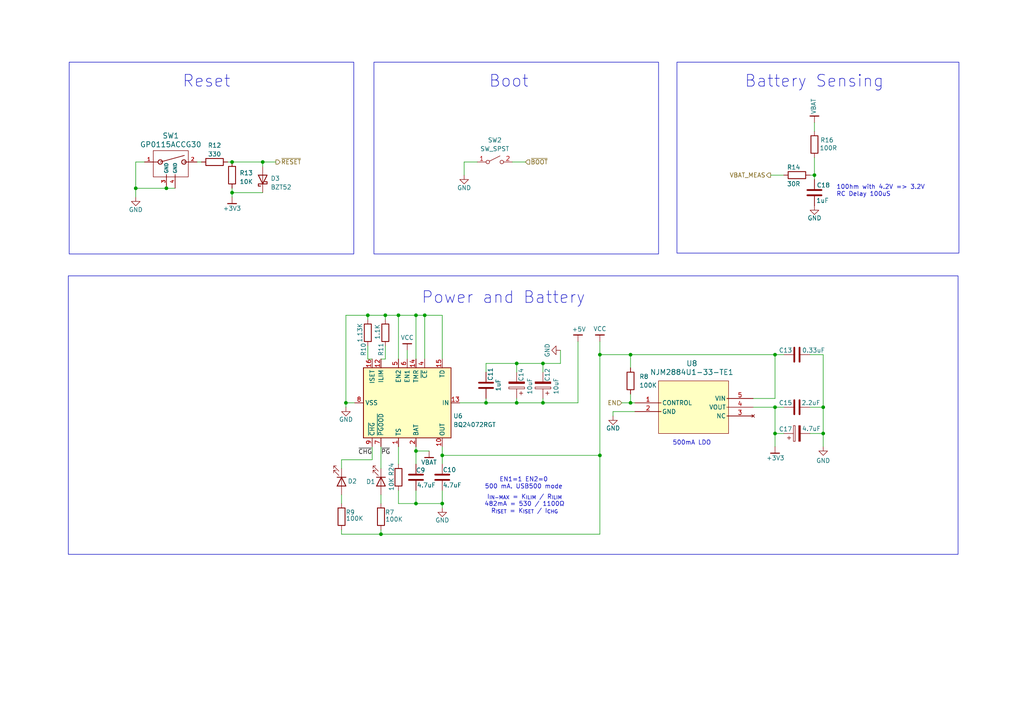
<source format=kicad_sch>
(kicad_sch (version 20250114) (generator "eeschema") (generator_version "9.0")
  (paper "A4")
  (title_block (title "${TITLE}") (date "2024-12-25") (rev "${VERSION}") (company "${AUTHOR}") (comment 1 "${LICENSE}"))
  (lib_symbols
    (symbol "Battery_Management:BQ24072RGT"
      (property "Reference" "U" (at -8.89 13.97 0))
      (property "Value" "BQ24072RGT" (at 16.51 13.97 0))
      (symbol "BQ24072RGT_0_1"
        (rectangle (start -10.16 12.7) (end 10.16 -12.7) (stroke (width 0.254)) (fill (type background)))
      )
      (symbol "BQ24072RGT_1_1"
        (pin input line (at -12.7 10.16 0) (length 2.54) (name "TD") (number "15"))
        (pin input line (at -12.7 5.08 0) (length 2.54) (name "~{CE}") (number "4"))
        (pin input line (at -12.7 2.54 0) (length 2.54) (name "TMR") (number "14"))
        (pin input line (at -12.7 0 0) (length 2.54) (name "EN1") (number "6"))
        (pin input line (at -12.7 -2.54 0) (length 2.54) (name "EN2") (number "5"))
        (pin passive line (at -12.7 -7.62 0) (length 2.54) (name "ILIM") (number "12"))
        (pin passive line (at -12.7 -10.16 0) (length 2.54) (name "ISET") (number "16"))
        (pin power_in line (at 0 15.24 270) (length 2.54) (name "IN") (number "13"))
        (pin passive line (at 0 -15.24 90) (length 2.54) (hide yes) (name "VSS") (number "17"))
        (pin power_in line (at 0 -15.24 90) (length 2.54) (name "VSS") (number "8"))
        (pin power_out line (at 12.7 10.16 180) (length 2.54) (name "OUT") (number "10"))
        (pin passive line (at 12.7 10.16 180) (length 2.54) (hide yes) (name "OUT") (number "11"))
        (pin power_out line (at 12.7 2.54 180) (length 2.54) (name "BAT") (number "2"))
        (pin passive line (at 12.7 2.54 180) (length 2.54) (hide yes) (name "BAT") (number "3"))
        (pin passive line (at 12.7 -2.54 180) (length 2.54) (name "TS") (number "1"))
        (pin open_collector line (at 12.7 -7.62 180) (length 2.54) (name "~{PGOOD}") (number "7"))
        (pin open_collector line (at 12.7 -10.16 180) (length 2.54) (name "~{CHG}") (number "9"))
      )
    )
    (symbol "Device:C" (pin_numbers (hide yes)) (pin_names (offset 0.254))
      (property "Reference" "C" (at 0.635 2.54 0))
      (property "Value" "C" (at 0.635 -2.54 0))
      (symbol "C_0_1"
        (polyline (pts (xy -2.032 0.762) (xy 2.032 0.762)) (stroke (width 0.508)))
        (polyline (pts (xy -2.032 -0.762) (xy 2.032 -0.762)) (stroke (width 0.508)))
      )
      (symbol "C_1_1"
        (pin passive line (at 0 3.81 270) (length 2.794) (name "~") (number "1"))
        (pin passive line (at 0 -3.81 90) (length 2.794) (name "~") (number "2"))
      )
    )
    (symbol "Device:C_Polarized" (pin_numbers (hide yes)) (pin_names (offset 0.254))
      (property "Reference" "C" (at 0.635 2.54 0))
      (property "Value" "C_Polarized" (at 0.635 -2.54 0))
      (symbol "C_Polarized_0_1"
        (rectangle (start -2.286 0.508) (end 2.286 1.016))
        (polyline (pts (xy -1.778 2.286) (xy -0.762 2.286)))
        (polyline (pts (xy -1.27 2.794) (xy -1.27 1.778)))
        (rectangle (start 2.286 -0.508) (end -2.286 -1.016) (fill (type outline)))
      )
      (symbol "C_Polarized_1_1"
        (pin passive line (at 0 3.81 270) (length 2.794) (name "~") (number "1"))
        (pin passive line (at 0 -3.81 90) (length 2.794) (name "~") (number "2"))
      )
    )
    (symbol "Device:LED" (pin_numbers (hide yes)) (pin_names (offset 1.016) (hide yes))
      (property "Reference" "D" (at 0 2.54 0))
      (property "Value" "LED" (at 0 -2.54 0))
      (symbol "LED_0_1"
        (polyline (pts (xy -3.048 -0.762) (xy -4.572 -2.286) (xy -3.81 -2.286) (xy -4.572 -2.286) (xy -4.572 -1.524)))
        (polyline (pts (xy -1.778 -0.762) (xy -3.302 -2.286) (xy -2.54 -2.286) (xy -3.302 -2.286) (xy -3.302 -1.524)))
        (polyline (pts (xy -1.27 0) (xy 1.27 0)))
        (polyline (pts (xy -1.27 -1.27) (xy -1.27 1.27)) (stroke (width 0.254)))
        (polyline (pts (xy 1.27 -1.27) (xy 1.27 1.27) (xy -1.27 0) (xy 1.27 -1.27)) (stroke (width 0.254)))
      )
      (symbol "LED_1_1"
        (pin passive line (at -3.81 0 0) (length 2.54) (name "K") (number "1"))
        (pin passive line (at 3.81 0 180) (length 2.54) (name "A") (number "2"))
      )
    )
    (symbol "Device:R" (pin_numbers (hide yes)) (pin_names (offset 0))
      (property "Reference" "R" (at 2.032 0 90))
      (property "Value" "R" (at 0 0 90))
      (symbol "R_0_1"
        (rectangle (start -1.016 -2.54) (end 1.016 2.54) (stroke (width 0.254)))
      )
      (symbol "R_1_1"
        (pin passive line (at 0 3.81 270) (length 1.27) (name "~") (number "1"))
        (pin passive line (at 0 -3.81 90) (length 1.27) (name "~") (number "2"))
      )
    )
    (symbol "Diode:BAT54J" (pin_numbers (hide yes)) (pin_names (offset 1.016) (hide yes))
      (property "Reference" "D" (at 0 2.54 0))
      (property "Value" "BAT54J" (at 0 -2.54 0))
      (symbol "BAT54J_0_1"
        (polyline (pts (xy -1.905 0.635) (xy -1.905 1.27) (xy -1.27 1.27) (xy -1.27 -1.27) (xy -0.635 -1.27) (xy -0.635 -0.635)) (stroke (width 0.254)))
        (polyline (pts (xy 1.27 1.27) (xy 1.27 -1.27) (xy -1.27 0) (xy 1.27 1.27)) (stroke (width 0.254)))
        (polyline (pts (xy 1.27 0) (xy -1.27 0)))
      )
      (symbol "BAT54J_1_1"
        (pin passive line (at -3.81 0 0) (length 2.54) (name "K") (number "1"))
        (pin passive line (at 3.81 0 180) (length 2.54) (name "A") (number "2"))
      )
    )
    (symbol "GND_2" (power) (pin_names (offset 0))
      (property "Value" "GND" (at 0 -3.81 0))
      (symbol "GND_2_0_1"
        (polyline (pts (xy 0 0) (xy 0 -1.27) (xy 1.27 -1.27) (xy 0 -2.54) (xy -1.27 -1.27) (xy 0 -1.27)))
      )
      (symbol "GND_2_1_1"
        (pin power_in line (at 0 0 270) (length 0) (hide yes) (name "GND") (number "1"))
      )
    )
    (symbol "GND_38" (power) (pin_names (offset 0))
      (property "Value" "GND" (at 0 -3.81 0))
      (symbol "GND_38_0_1"
        (polyline (pts (xy 0 0) (xy 0 -1.27) (xy 1.27 -1.27) (xy 0 -2.54) (xy -1.27 -1.27) (xy 0 -1.27)))
      )
      (symbol "GND_38_1_1"
        (pin power_in line (at 0 0 270) (length 0) (hide yes) (name "GND") (number "1"))
      )
    )
    (symbol "GND_39" (power) (pin_names (offset 0))
      (property "Value" "GND" (at 0 -3.81 0))
      (symbol "GND_39_0_1"
        (polyline (pts (xy 0 0) (xy 0 -1.27) (xy 1.27 -1.27) (xy 0 -2.54) (xy -1.27 -1.27) (xy 0 -1.27)))
      )
      (symbol "GND_39_1_1"
        (pin power_in line (at 0 0 270) (length 0) (hide yes) (name "GND") (number "1"))
      )
    )
    (symbol "GND_41" (power) (pin_names (offset 0))
      (property "Value" "GND" (at 0 -3.81 0))
      (symbol "GND_41_0_1"
        (polyline (pts (xy 0 0) (xy 0 -1.27) (xy 1.27 -1.27) (xy 0 -2.54) (xy -1.27 -1.27) (xy 0 -1.27)))
      )
      (symbol "GND_41_1_1"
        (pin power_in line (at 0 0 270) (length 0) (hide yes) (name "GND") (number "1"))
      )
    )
    (symbol "GND_47" (power) (pin_names (offset 0))
      (property "Value" "GND" (at 0 -3.81 0))
      (symbol "GND_47_0_1"
        (polyline (pts (xy 0 0) (xy 0 -1.27) (xy 1.27 -1.27) (xy 0 -2.54) (xy -1.27 -1.27) (xy 0 -1.27)))
      )
      (symbol "GND_47_1_1"
        (pin power_in line (at 0 0 270) (length 0) (hide yes) (name "GND") (number "1"))
      )
    )
    (symbol "GND_48" (power) (pin_names (offset 0))
      (property "Value" "GND" (at 0 -3.81 0))
      (symbol "GND_48_0_1"
        (polyline (pts (xy 0 0) (xy 0 -1.27) (xy 1.27 -1.27) (xy 0 -2.54) (xy -1.27 -1.27) (xy 0 -1.27)))
      )
      (symbol "GND_48_1_1"
        (pin power_in line (at 0 0 270) (length 0) (hide yes) (name "GND") (number "1"))
      )
    )
    (symbol "GP0115ACCG30:GP0115ACCG30" (pin_names (offset 0.254))
      (property "Reference" "SW" (at 7.62 4.445 0))
      (property "Value" "GP0115ACCG30" (at 0 6.985 0))
      (symbol "GP0115ACCG30_0_1"
        (polyline (pts (xy 2.54 0) (xy 3.81 0)) (stroke (width 0.2032)))
        (polyline (pts (xy 4.572 0) (xy 11.557 1.905)) (stroke (width 0.2032)))
        (circle (center 4.572 0) (radius 0.635) (stroke (width 0.254)))
        (circle (center 11.43 0) (radius 0.635) (stroke (width 0.254)))
        (polyline (pts (xy 12.7 0) (xy 11.43 0)) (stroke (width 0.2032)))
      )
      (symbol "GP0115ACCG30_1_1"
        (rectangle (start 2.54 3.302) (end 12.7 -4.318))
        (pin unspecified line (at 0 0 0) (length 2.54) (name "") (number "1"))
        (pin power_in line (at 6.35 -7.62 90) (length 4) (name "GND") (number "3"))
        (pin power_in line (at 8.89 -7.62 90) (length 4) (name "GND") (number "4"))
        (pin unspecified line (at 15.24 0 180) (length 2.54) (name "") (number "2"))
      )
    )
    (symbol "NJM2884U1_33_TE1:NJM2884U1-33-TE1" (pin_names (offset 0.254))
      (property "Reference" "U" (at 22.86 10.16 0))
      (property "Value" "NJM2884U1-33-TE1" (at 22.86 7.62 0))
      (symbol "NJM2884U1-33-TE1_0_1"
        (pin unspecified line (at 6.35 -1.27 0) (length 7.62) (name "CONTROL") (number "1"))
        (pin power_out line (at 6.35 -3.81 0) (length 7.62) (name "GND") (number "2"))
        (pin power_in line (at 40.64 0 180) (length 7.62) (name "VIN") (number "5"))
        (pin output line (at 40.64 -2.54 180) (length 7.62) (name "VOUT") (number "4"))
        (pin no_connect line (at 40.64 -5.08 180) (length 7.62) (name "NC") (number "3"))
      )
      (symbol "NJM2884U1-33-TE1_1_1"
        (rectangle (start 13.208 5.08) (end 33.528 -10.16) (fill (type background)))
      )
    )
    (symbol "Switch:SW_SPST" (pin_names (offset 0) (hide yes))
      (property "Reference" "SW" (at 0 3.175 0))
      (property "Value" "SW_SPST" (at 0 -2.54 0))
      (symbol "SW_SPST_0_0"
        (circle (center -2.032 0) (radius 0.508))
        (polyline (pts (xy -1.524 0.254) (xy 1.524 1.778)))
        (circle (center 2.032 0) (radius 0.508))
      )
      (symbol "SW_SPST_1_1"
        (pin passive line (at -5.08 0 0) (length 2.54) (name "A") (number "1"))
        (pin passive line (at 5.08 0 180) (length 2.54) (name "B") (number "2"))
      )
    )
    (symbol "gkl_power:+3V3" (power) (pin_names (offset 0))
      (property "Value" "+3V3" (at 0 3.556 0))
      (symbol "+3V3_0_1"
        (polyline (pts (xy -1.27 1.905) (xy 1.27 1.905)) (stroke (width 0.3048)))
        (polyline (pts (xy 0 0) (xy 0 1.905)))
      )
      (symbol "+3V3_1_1"
        (pin power_in line (at 0 0 90) (length 0) (hide yes) (name "+3V3") (number "1"))
      )
    )
    (symbol "gkl_power:+5V" (power) (pin_names (offset 0))
      (property "Value" "+5V" (at 0 3.175 0))
      (symbol "+5V_0_1"
        (polyline (pts (xy -1.27 1.905) (xy 1.27 1.905)) (stroke (width 0.3048)))
        (polyline (pts (xy 0 0) (xy 0 1.905)))
      )
      (symbol "+5V_1_1"
        (pin power_in line (at 0 0 90) (length 0) (hide yes) (name "+5V") (number "1"))
      )
    )
    (symbol "gkl_power:VBAT" (power) (pin_names (offset 0))
      (property "Value" "VBAT" (at 0 3.556 0))
      (symbol "VBAT_0_1"
        (polyline (pts (xy -1.27 1.905) (xy 1.27 1.905)) (stroke (width 0.3048)))
        (polyline (pts (xy 0 0) (xy 0 1.905)))
      )
      (symbol "VBAT_1_1"
        (pin power_in line (at 0 0 90) (length 0) (hide yes) (name "VBAT") (number "1"))
      )
    )
    (symbol "gkl_power:VCC" (power) (pin_names (offset 0))
      (property "Value" "VCC" (at 0 3.556 0))
      (symbol "VCC_0_1"
        (polyline (pts (xy -1.27 1.905) (xy 1.27 1.905)) (stroke (width 0.3048)))
        (polyline (pts (xy 0 0) (xy 0 1.905)))
      )
      (symbol "VCC_1_1"
        (pin power_in line (at 0 0 90) (length 0) (hide yes) (name "VCC") (number "1"))
      )
    )
  )
  (rectangle (start 108.458 18.034) (end 191.008 73.66))
  (rectangle (start 196.342 18.034) (end 278.13 73.406))
  (rectangle (start 20.066 18.034) (end 102.616 73.66))
  (rectangle (start 19.812 80.01) (end 277.876 160.782))
  (text "Power and Battery" (at 122.174 88.392 0) (effects (font (size 3.4036 3.4036)) (justify left bottom)))
  (text "500mA LDO" (at 200.66 128.524 0) (effects (font (size 1.27 1.27))))
  (text "I_{IN-MAX} = K_{ILIM} / R_{ILIM}\n482mA = 530 / 1100Ω\nR_{ISET} = K_{ISET} / I_{CHG}" (at 152.146 146.304 0) (effects (font (size 1.27 1.27))))
  (text "100hm with 4.2V => 3.2V\nRC Delay 100uS" (at 242.57 57.15 0) (effects (font (size 1.27 1.27)) (justify left bottom)))
  (text "Reset" (at 52.832 25.654 0) (effects (font (size 3.4036 3.4036)) (justify left bottom)))
  (text "Boot" (at 141.732 25.654 0) (effects (font (size 3.4036 3.4036)) (justify left bottom)))
  (text "EN1=1 EN2=0\n500 mA. USB500 mode" (at 151.892 140.208 0) (effects (font (size 1.27 1.27))))
  (text "Battery Sensing" (at 215.9 25.654 0) (effects (font (size 3.4036 3.4036)) (justify left bottom)))
  (junction (at 224.79 118.11))
  (junction (at 120.65 146.05))
  (junction (at 120.65 130.81))
  (junction (at 115.57 91.44))
  (junction (at 182.88 102.87))
  (junction (at 140.97 116.84))
  (junction (at 67.31 46.99))
  (junction (at 149.86 116.84))
  (junction (at 149.86 105.41))
  (junction (at 182.88 116.84))
  (junction (at 238.76 118.11))
  (junction (at 120.65 91.44))
  (junction (at 128.27 132.08))
  (junction (at 173.99 102.87))
  (junction (at 123.19 91.44))
  (junction (at 157.48 105.41))
  (junction (at 110.49 154.94))
  (junction (at 67.31 55.88))
  (junction (at 236.22 50.8))
  (junction (at 238.76 125.73))
  (junction (at 39.37 54.61))
  (junction (at 100.33 116.84))
  (junction (at 111.76 91.44))
  (junction (at 106.68 91.44))
  (junction (at 76.2 46.99))
  (junction (at 173.99 132.08))
  (junction (at 224.79 102.87))
  (junction (at 224.79 125.73))
  (junction (at 48.26 54.61))
  (junction (at 128.27 146.05))
  (junction (at 157.48 116.84))
  (wire (pts (xy 107.95 133.35) (xy 107.95 129.54)))
  (wire (pts (xy 224.79 125.73) (xy 227.33 125.73)))
  (wire (pts (xy 115.57 91.44) (xy 111.76 91.44)))
  (wire (pts (xy 76.2 48.26) (xy 76.2 46.99)))
  (wire (pts (xy 236.22 45.72) (xy 236.22 50.8)))
  (wire (pts (xy 224.79 125.73) (xy 224.79 129.54)))
  (wire (pts (xy 218.44 118.11) (xy 224.79 118.11)))
  (wire (pts (xy 128.27 134.62) (xy 128.27 132.08)))
  (wire (pts (xy 120.65 130.81) (xy 120.65 134.62)))
  (wire (pts (xy 110.49 143.51) (xy 110.49 146.05)))
  (wire (pts (xy 120.65 91.44) (xy 120.65 104.14)))
  (wire (pts (xy 140.97 116.84) (xy 140.97 115.57)))
  (wire (pts (xy 67.31 46.99) (xy 76.2 46.99)))
  (wire (pts (xy 128.27 132.08) (xy 173.99 132.08)))
  (wire (pts (xy 234.95 102.87) (xy 238.76 102.87)))
  (wire (pts (xy 173.99 102.87) (xy 182.88 102.87)))
  (wire (pts (xy 57.15 46.99) (xy 58.42 46.99)))
  (wire (pts (xy 177.8 119.38) (xy 177.8 120.65)))
  (wire (pts (xy 120.65 129.54) (xy 120.65 130.81)))
  (wire (pts (xy 224.79 118.11) (xy 224.79 125.73)))
  (wire (pts (xy 110.49 153.67) (xy 110.49 154.94)))
  (wire (pts (xy 173.99 132.08) (xy 173.99 154.94)))
  (wire (pts (xy 100.33 91.44) (xy 106.68 91.44)))
  (wire (pts (xy 149.86 116.84) (xy 140.97 116.84)))
  (wire (pts (xy 224.79 115.57) (xy 224.79 102.87)))
  (wire (pts (xy 123.19 91.44) (xy 128.27 91.44)))
  (wire (pts (xy 66.04 46.99) (xy 67.31 46.99)))
  (wire (pts (xy 162.56 105.41) (xy 162.56 101.6)))
  (wire (pts (xy 173.99 99.06) (xy 173.99 102.87)))
  (wire (pts (xy 182.88 102.87) (xy 182.88 106.68)))
  (wire (pts (xy 157.48 116.84) (xy 157.48 115.57)))
  (wire (pts (xy 157.48 105.41) (xy 157.48 107.95)))
  (wire (pts (xy 67.31 57.15) (xy 67.31 55.88)))
  (wire (pts (xy 123.19 91.44) (xy 123.19 104.14)))
  (wire (pts (xy 111.76 104.14) (xy 110.49 104.14)))
  (wire (pts (xy 157.48 116.84) (xy 149.86 116.84)))
  (wire (pts (xy 115.57 146.05) (xy 120.65 146.05)))
  (wire (pts (xy 238.76 118.11) (xy 238.76 125.73)))
  (wire (pts (xy 140.97 105.41) (xy 140.97 107.95)))
  (wire (pts (xy 99.06 133.35) (xy 99.06 135.89)))
  (wire (pts (xy 99.06 143.51) (xy 99.06 146.05)))
  (wire (pts (xy 134.62 46.99) (xy 138.43 46.99)))
  (wire (pts (xy 110.49 135.89) (xy 110.49 129.54)))
  (wire (pts (xy 180.34 116.84) (xy 182.88 116.84)))
  (wire (pts (xy 234.95 125.73) (xy 238.76 125.73)))
  (wire (pts (xy 223.52 50.8) (xy 227.33 50.8)))
  (wire (pts (xy 76.2 46.99) (xy 80.01 46.99)))
  (wire (pts (xy 106.68 104.14) (xy 107.95 104.14)))
  (wire (pts (xy 234.95 50.8) (xy 236.22 50.8)))
  (wire (pts (xy 115.57 91.44) (xy 115.57 104.14)))
  (wire (pts (xy 39.37 46.99) (xy 41.91 46.99)))
  (wire (pts (xy 167.64 99.06) (xy 167.64 116.84)))
  (wire (pts (xy 162.56 105.41) (xy 157.48 105.41)))
  (wire (pts (xy 100.33 118.11) (xy 100.33 116.84)))
  (wire (pts (xy 99.06 133.35) (xy 107.95 133.35)))
  (wire (pts (xy 39.37 54.61) (xy 48.26 54.61)))
  (wire (pts (xy 184.15 119.38) (xy 177.8 119.38)))
  (wire (pts (xy 115.57 146.05) (xy 115.57 142.24)))
  (wire (pts (xy 99.06 154.94) (xy 110.49 154.94)))
  (wire (pts (xy 182.88 114.3) (xy 182.88 116.84)))
  (wire (pts (xy 133.35 116.84) (xy 140.97 116.84)))
  (wire (pts (xy 120.65 91.44) (xy 123.19 91.44)))
  (wire (pts (xy 48.26 54.61) (xy 50.8 54.61)))
  (wire (pts (xy 100.33 116.84) (xy 102.87 116.84)))
  (wire (pts (xy 67.31 54.61) (xy 67.31 55.88)))
  (wire (pts (xy 99.06 153.67) (xy 99.06 154.94)))
  (wire (pts (xy 182.88 102.87) (xy 224.79 102.87)))
  (wire (pts (xy 111.76 100.33) (xy 111.76 104.14)))
  (wire (pts (xy 106.68 91.44) (xy 111.76 91.44)))
  (wire (pts (xy 110.49 154.94) (xy 173.99 154.94)))
  (wire (pts (xy 120.65 91.44) (xy 115.57 91.44)))
  (wire (pts (xy 39.37 46.99) (xy 39.37 54.61)))
  (wire (pts (xy 218.44 115.57) (xy 224.79 115.57)))
  (wire (pts (xy 234.95 118.11) (xy 238.76 118.11)))
  (wire (pts (xy 148.59 46.99) (xy 152.4 46.99)))
  (wire (pts (xy 182.88 116.84) (xy 184.15 116.84)))
  (wire (pts (xy 100.33 91.44) (xy 100.33 116.84)))
  (wire (pts (xy 106.68 91.44) (xy 106.68 92.71)))
  (wire (pts (xy 173.99 102.87) (xy 173.99 132.08)))
  (wire (pts (xy 238.76 102.87) (xy 238.76 118.11)))
  (wire (pts (xy 224.79 118.11) (xy 227.33 118.11)))
  (wire (pts (xy 167.64 116.84) (xy 157.48 116.84)))
  (wire (pts (xy 128.27 132.08) (xy 128.27 129.54)))
  (wire (pts (xy 149.86 105.41) (xy 140.97 105.41)))
  (wire (pts (xy 111.76 91.44) (xy 111.76 92.71)))
  (wire (pts (xy 118.11 101.6) (xy 118.11 104.14)))
  (wire (pts (xy 120.65 146.05) (xy 128.27 146.05)))
  (wire (pts (xy 149.86 115.57) (xy 149.86 116.84)))
  (wire (pts (xy 39.37 54.61) (xy 39.37 57.15)))
  (wire (pts (xy 149.86 105.41) (xy 149.86 107.95)))
  (wire (pts (xy 134.62 46.99) (xy 134.62 50.8)))
  (wire (pts (xy 120.65 142.24) (xy 120.65 146.05)))
  (wire (pts (xy 157.48 105.41) (xy 149.86 105.41)))
  (wire (pts (xy 128.27 146.05) (xy 128.27 147.32)))
  (wire (pts (xy 124.46 130.81) (xy 120.65 130.81)))
  (wire (pts (xy 115.57 129.54) (xy 115.57 134.62)))
  (wire (pts (xy 128.27 91.44) (xy 128.27 104.14)))
  (wire (pts (xy 106.68 100.33) (xy 106.68 104.14)))
  (wire (pts (xy 238.76 125.73) (xy 238.76 129.54)))
  (wire (pts (xy 224.79 102.87) (xy 227.33 102.87)))
  (wire (pts (xy 236.22 35.56) (xy 236.22 38.1)))
  (wire (pts (xy 67.31 55.88) (xy 76.2 55.88)))
  (wire (pts (xy 128.27 142.24) (xy 128.27 146.05)))
  (wire (pts (xy 236.22 50.8) (xy 236.22 52.07)))
  (label "~{CHG}" (at 107.95 132.08 180))
  (label "~{PG}" (at 110.49 132.08 0))
  (hierarchical_label "~{RESET}" (shape output) (at 80.01 46.99 0))
  (hierarchical_label "VBAT_MEAS" (shape output) (at 223.52 50.8 180))
  (hierarchical_label "EN" (shape input) (at 180.34 116.84 180))
  (hierarchical_label "~{BOOT}" (shape input) (at 152.4 46.99 0))
  (symbol (lib_id "Device:C_Polarized") (at 157.48 111.76 180) (unit 1)
    (property "Reference" "C12" (at 158.75 108.712 90))
    (property "Value" "10uF" (at 161.29 112.014 90))
    (property "Footprint" "Capacitor_Tantalum_SMD:CP_EIA-3528-15_AVX-H" (effects (hide yes)))
    (property "Datasheet" "https://datasheets.kyocera-avx.com/F93.pdf" (effects (hide yes)))
    (property "Description" "Polarized capacitor" (effects (hide yes)))
    (property "MP" "F931C106MBA" (effects (hide yes)))
  )
  (symbol (lib_id "Device:C_Polarized") (at 149.86 111.76 180) (unit 1)
    (property "Reference" "C14" (at 151.13 108.712 90))
    (property "Value" "10uF" (at 153.67 112.014 90))
    (property "Footprint" "Capacitor_Tantalum_SMD:CP_EIA-3528-15_AVX-H" (effects (hide yes)))
    (property "Datasheet" "https://datasheets.kyocera-avx.com/F93.pdf" (effects (hide yes)))
    (property "Description" "Polarized capacitor" (effects (hide yes)))
    (property "MP" "F931C106MBA" (effects (hide yes)))
  )
  (symbol (lib_id "Device:R") (at 231.14 50.8 90) (unit 1)
    (property "Reference" "R14" (at 232.156 48.514 90) (effects (justify left)))
    (property "Value" "30R" (at 232.156 53.34 90) (effects (justify left)))
    (property "Footprint" "Resistor_SMD:R_0402_1005Metric" (effects (hide yes)))
    (property "Datasheet" "https://www.vishay.com/docs/20035/dcrcwe3.pdf" (effects (hide yes)))
    (property "Description" "Resistor" (effects (hide yes)))
    (property "MP" "CRCW040233R0FKED" (effects (hide yes)))
  )
  (symbol (lib_id "Device:R") (at 182.88 110.49 0) (unit 1)
    (property "Reference" "R8" (at 185.42 109.2199 0) (effects (justify left)))
    (property "Value" "100K" (at 185.42 111.7599 0) (effects (justify left)))
    (property "Footprint" "Resistor_SMD:R_0603_1608Metric" (effects (hide yes)))
    (property "Datasheet" "https://www.vishay.com/docs/20035/dcrcwe3.pdf" (effects (hide yes)))
    (property "Description" "Resistor" (effects (hide yes)))
  )
  (symbol (lib_id "gkl_power:+3V3") (at 67.31 57.15 180) (unit 1)
    (property "Reference" "#PWR064" (effects (hide yes)))
    (property "Value" "+3V3" (at 67.31 60.452 0))
  )
  (symbol (lib_name "GND_41") (lib_id "power:GND") (at 238.76 129.54 0) (unit 1)
    (property "Reference" "#PWR063" (effects (hide yes)))
    (property "Value" "GND" (at 238.76 133.604 0))
  )
  (symbol (lib_id "gkl_power:+3V3") (at 224.79 129.54 180) (unit 1)
    (property "Reference" "#PWR061" (effects (hide yes)))
    (property "Value" "+3V3" (at 222.25 132.842 0) (effects (justify right)))
  )
  (symbol (lib_id "Device:C") (at 231.14 118.11 90) (unit 1)
    (property "Reference" "C15" (at 227.838 116.84 90))
    (property "Value" "2.2uF" (at 235.204 116.84 90))
    (property "Footprint" "Capacitor_SMD:C_0603_1608Metric" (effects (hide yes)))
    (property "Datasheet" "https://search.murata.co.jp/Ceramy/image/img/A01X/G101/ENG/GRM188R71A225KE15-01.pdf" (effects (hide yes)))
    (property "MP" "GRM188R71A225KE15D" (effects (hide yes)))
  )
  (symbol (lib_id "Device:C") (at 120.65 138.43 0) (unit 1)
    (property "Reference" "C9" (at 120.65 136.398 0) (effects (justify left)))
    (property "Value" "4.7uF" (at 120.904 140.716 0) (effects (justify left)))
    (property "Footprint" "Capacitor_SMD:C_0603_1608Metric" (effects (hide yes)))
    (property "Datasheet" "https://search.murata.co.jp/Ceramy/image/img/A01X/G101/ENG/GRM188Z71A475ME15-01.pdf" (effects (hide yes)))
    (property "MP" "GRM188Z71A475ME15D" (effects (hide yes)))
  )
  (symbol (lib_id "GP0115ACCG30:GP0115ACCG30") (at 41.91 46.99 0) (unit 1)
    (property "Reference" "SW1" (at 49.53 39.37 0) (effects (font (size 1.524 1.524))))
    (property "Value" "GP0115ACCG30" (at 49.53 41.91 0) (effects (font (size 1.524 1.524))))
    (property "Footprint" "GP0115ACCG30:SW_GP0115ACCG30_NKK" (effects (hide yes)))
    (property "Datasheet" "https://www.nkkswitches.com/pdf/GP01.pdf" (effects (hide yes)))
    (property "MP" "GP0115ACCG30" (effects (hide yes)))
  )
  (symbol (lib_id "Device:R") (at 110.49 149.86 180) (unit 1)
    (property "Reference" "R7" (at 113.03 148.59 0))
    (property "Value" "100K" (at 114.3 150.622 0))
    (property "Footprint" "Resistor_SMD:R_0603_1608Metric" (effects (hide yes)))
    (property "Datasheet" "https://www.vishay.com/docs/20035/dcrcwe3.pdf" (effects (hide yes)))
    (property "Description" "Resistor" (effects (hide yes)))
    (property "MP" "CRCW0603100KFKEA" (effects (hide yes)))
  )
  (symbol (lib_name "GND_38") (lib_id "power:GND") (at 39.37 57.15 0) (unit 1)
    (property "Reference" "#PWR09" (effects (hide yes)))
    (property "Value" "GND" (at 39.37 60.833 0))
  )
  (symbol (lib_id "gkl_power:VBAT") (at 236.22 35.56 0) (unit 1)
    (property "Reference" "#PWR068" (effects (hide yes)))
    (property "Value" "VBAT" (at 235.966 33.147 90) (effects (justify left)))
  )
  (symbol (lib_id "Device:R") (at 111.76 96.52 0) (unit 1)
    (property "Reference" "R11" (at 110.49 101.346 90))
    (property "Value" "1.1K" (at 109.474 96.266 90))
    (property "Footprint" "Resistor_SMD:R_0402_1005Metric" (effects (hide yes)))
    (property "Datasheet" "https://www.vishay.com/docs/20035/dcrcwe3.pdf" (effects (hide yes)))
    (property "Description" "Resistor" (effects (hide yes)))
    (property "MP" "CRCW04021K10FKED" (effects (hide yes)))
  )
  (symbol (lib_id "Switch:SW_SPST") (at 143.51 46.99 0) (unit 1)
    (property "Reference" "SW2" (at 143.51 40.64 0))
    (property "Value" "SW_SPST" (at 143.51 43.18 0))
    (property "Footprint" "Button_Switch_SMD:SW_SPST_B3U-1000P" (effects (hide yes)))
    (property "Datasheet" "https://omronfs.omron.com/en_US/ecb/products/pdf/en-b3u.pdf" (effects (hide yes)))
    (property "Description" "Single Pole Single Throw (SPST) switch" (effects (hide yes)))
    (property "MP" "B3U-1000P" (effects (hide yes)))
  )
  (symbol (lib_id "gkl_power:VBAT") (at 124.46 130.81 180) (unit 1)
    (property "Reference" "#PWR060" (effects (hide yes)))
    (property "Value" "VBAT" (at 126.746 134.112 0) (effects (justify left)))
  )
  (symbol (lib_id "Device:C") (at 231.14 102.87 90) (unit 1)
    (property "Reference" "C13" (at 227.838 101.6 90))
    (property "Value" "0.33uF" (at 235.966 101.6 90))
    (property "Footprint" "Capacitor_SMD:C_0603_1608Metric" (effects (hide yes)))
    (property "Datasheet" "https://search.murata.co.jp/Ceramy/image/img/A01X/G101/ENG/GRM188R71A334KA61-01.pdf" (effects (hide yes)))
    (property "MP" "GRM188R71A334KA61D" (effects (hide yes)))
  )
  (symbol (lib_id "gkl_power:VCC") (at 173.99 99.06 0) (unit 1)
    (property "Reference" "#PWR042" (effects (hide yes)))
    (property "Value" "VCC" (at 173.99 95.377 0))
  )
  (symbol (lib_id "Device:C_Polarized") (at 231.14 125.73 90) (unit 1)
    (property "Reference" "C17" (at 227.838 124.46 90))
    (property "Value" "4.7uF" (at 235.331 124.333 90))
    (property "Footprint" "Capacitor_Tantalum_SMD:CP_EIA-1608-08_AVX-J" (effects (hide yes)))
    (property "Datasheet" "https://datasheets.kyocera-avx.com/tc-series.pdf" (effects (hide yes)))
    (property "MP" "TCM1A475M8R" (effects (hide yes)))
  )
  (symbol (lib_id "Device:LED") (at 110.49 139.7 270) (unit 1)
    (property "Reference" "D1" (at 106.172 139.7 90) (effects (justify left)))
    (property "Value" "LTST-S270TBKT" (effects (hide yes)))
    (property "Footprint" "LED_SMD:LED_0603_1608Metric" (effects (hide yes)))
    (property "Datasheet" "https://optoelectronics.liteon.com/upload/download/DS22-2000-230/LTST-C191TBKT.pdf" (effects (hide yes)))
    (property "Description" "LED" (effects (hide yes)))
    (property "MP" "LTST-C191TBKT" (effects (hide yes)))
  )
  (symbol (lib_id "Device:R") (at 99.06 149.86 0) (unit 1)
    (property "Reference" "R9" (at 101.6 148.59 0))
    (property "Value" "100K" (at 102.87 150.368 0))
    (property "Footprint" "Resistor_SMD:R_0603_1608Metric" (effects (hide yes)))
    (property "Datasheet" "https://www.vishay.com/docs/20035/dcrcwe3.pdf" (effects (hide yes)))
    (property "Description" "Resistor" (effects (hide yes)))
    (property "MP" "CRCW0603100KFKEA" (effects (hide yes)))
  )
  (symbol (lib_id "Device:C") (at 128.27 138.43 0) (unit 1)
    (property "Reference" "C10" (at 128.397 136.271 0) (effects (justify left)))
    (property "Value" "4.7uF" (at 128.397 140.716 0) (effects (justify left)))
    (property "Footprint" "Capacitor_SMD:C_0603_1608Metric" (effects (hide yes)))
    (property "Datasheet" "https://search.murata.co.jp/Ceramy/image/img/A01X/G101/ENG/GRM188Z71A475ME15-01.pdf" (effects (hide yes)))
    (property "MP" "GRM188Z71A475ME15D" (effects (hide yes)))
  )
  (symbol (lib_id "Device:C") (at 140.97 111.76 0) (unit 1)
    (property "Reference" "C11" (at 142.24 110.49 90) (effects (justify left)))
    (property "Value" "1uF" (at 144.526 113.538 90) (effects (justify left)))
    (property "Footprint" "Capacitor_SMD:C_0603_1608Metric" (effects (hide yes)))
    (property "Datasheet" "https://search.murata.co.jp/Ceramy/image/img/A01X/G101/ENG/GCM188R71E105KA64-04A.pdf" (effects (hide yes)))
    (property "MP" "GCM188R71E105KA64J" (effects (hide yes)))
  )
  (symbol (lib_id "gkl_power:+5V") (at 167.64 99.06 0) (unit 1)
    (property "Reference" "#PWR040" (effects (hide yes)))
    (property "Value" "+5V" (at 165.862 95.504 0) (effects (justify left)))
  )
  (symbol (lib_id "Device:R") (at 236.22 41.91 0) (unit 1)
    (property "Reference" "R16" (at 241.808 40.64 0) (effects (justify right)))
    (property "Value" "100R" (at 242.824 42.926 0) (effects (justify right)))
    (property "Footprint" "Resistor_SMD:R_0402_1005Metric" (effects (hide yes)))
    (property "Datasheet" "https://www.vishay.com/docs/20035/dcrcwe3.pdf" (effects (hide yes)))
    (property "Description" "Resistor" (effects (hide yes)))
    (property "MP" "CRCW0402100KFKED" (effects (hide yes)))
  )
  (symbol (lib_id "Device:R") (at 115.57 138.43 0) (unit 1)
    (property "Reference" "R24" (at 113.538 136.144 90))
    (property "Value" "10K" (at 113.538 140.462 90))
    (property "Footprint" "Resistor_SMD:R_0402_1005Metric" (effects (hide yes)))
    (property "Datasheet" "https://www.vishay.com/docs/20067/rcahp.pdf" (effects (hide yes)))
    (property "Description" "Resistor" (effects (hide yes)))
    (property "MP" "RCA040210K0FKEDHP" (effects (hide yes)))
  )
  (symbol (lib_id "Device:R") (at 67.31 50.8 0) (unit 1)
    (property "Reference" "R13" (at 69.469 50.165 0) (effects (justify left)))
    (property "Value" "10K" (at 69.469 52.705 0) (effects (justify left)))
    (property "Footprint" "Resistor_SMD:R_0402_1005Metric" (effects (hide yes)))
    (property "Datasheet" "https://www.vishay.com/docs/20067/rcahp.pdf" (effects (hide yes)))
    (property "Description" "Resistor" (effects (hide yes)))
    (property "MP" "RCA040210K0FKEDHP" (effects (hide yes)))
  )
  (symbol (lib_id "Device:R") (at 106.68 96.52 0) (unit 1)
    (property "Reference" "R10" (at 105.41 101.346 90))
    (property "Value" "1.13K" (at 104.394 96.52 90))
    (property "Footprint" "Resistor_SMD:R_0402_1005Metric" (effects (hide yes)))
    (property "Datasheet" "https://www.vishay.com/docs/20035/dcrcwe3.pdf" (effects (hide yes)))
    (property "Description" "Resistor" (effects (hide yes)))
    (property "MP" "CRCW04021K13FKED" (effects (hide yes)))
  )
  (symbol (lib_id "Diode:BAT54J") (at 76.2 52.07 90) (unit 1)
    (property "Reference" "D3" (at 78.486 51.7525 90) (effects (justify right)))
    (property "Value" "BZT52" (at 78.486 54.2925 90) (effects (justify right)))
    (property "Footprint" "Diode_SMD:D_0402_1005Metric" (effects (hide yes)))
    (property "Datasheet" "https://mm.digikey.com/Volume0/opasdata/d220001/medias/docus/4849/DS_31_BZT52C2V4LP-BZT52C39LP.pdf" (effects (hide yes)))
    (property "MP" "BZT52C10LP-7" (effects (hide yes)))
  )
  (symbol (lib_name "GND_38") (lib_id "power:GND") (at 134.62 50.8 0) (unit 1)
    (property "Reference" "#PWR052" (effects (hide yes)))
    (property "Value" "GND" (at 134.62 54.483 0))
  )
  (symbol (lib_name "GND_2") (lib_id "power:GND") (at 236.22 59.69 0) (unit 1)
    (property "Reference" "#PWR065" (effects (hide yes)))
    (property "Value" "GND" (at 234.188 63.246 0) (effects (justify left)))
  )
  (symbol (lib_name "GND_47") (lib_id "power:GND") (at 177.8 120.65 0) (unit 1)
    (property "Reference" "#PWR058" (effects (hide yes)))
    (property "Value" "GND" (at 175.768 124.206 0) (effects (justify left)))
  )
  (symbol (lib_id "Device:R") (at 62.23 46.99 90) (unit 1)
    (property "Reference" "R12" (at 62.23 42.164 90))
    (property "Value" "330" (at 62.23 44.704 90))
    (property "Footprint" "Resistor_SMD:R_0603_1608Metric" (effects (hide yes)))
    (property "Datasheet" "https://www.vishay.com/docs/20035/dcrcwe3.pdf" (effects (hide yes)))
    (property "Description" "Resistor" (effects (hide yes)))
    (property "MP" "CRCW0603330RFKEA" (effects (hide yes)))
  )
  (symbol (lib_id "Device:C") (at 236.22 55.88 0) (unit 1)
    (property "Reference" "C18" (at 236.855 53.721 0) (effects (justify left)))
    (property "Value" "1uF" (at 236.728 58.166 0) (effects (justify left)))
    (property "Footprint" "Capacitor_SMD:C_0402_1005Metric" (effects (hide yes)))
    (property "Datasheet" "https://search.murata.co.jp/Ceramy/image/img/A01X/G101/ENG/GRM155Z71A105KE01-01.pdf" (effects (hide yes)))
    (property "MP" "GRM155Z71A105KE01D" (effects (hide yes)))
  )
  (symbol (lib_name "GND_47") (lib_id "power:GND") (at 128.27 147.32 0) (unit 1)
    (property "Reference" "#PWR036" (effects (hide yes)))
    (property "Value" "GND" (at 126.238 150.876 0) (effects (justify left)))
  )
  (symbol (lib_id "Device:LED") (at 99.06 139.7 270) (unit 1)
    (property "Reference" "D2" (at 100.838 139.573 90) (effects (justify left)))
    (property "Value" "LTST-S270TBKT" (effects (hide yes)))
    (property "Footprint" "LED_SMD:LED_0603_1608Metric" (effects (hide yes)))
    (property "Datasheet" "https://optoelectronics.liteon.com/upload/download/DS22-2000-230/LTST-C191TBKT.pdf" (effects (hide yes)))
    (property "Description" "LED" (effects (hide yes)))
    (property "MP" "LTST-C191TBKT" (effects (hide yes)))
  )
  (symbol (lib_name "GND_48") (lib_id "power:GND") (at 162.56 101.6 270) (unit 1)
    (property "Reference" "#PWR039" (effects (hide yes)))
    (property "Value" "GND" (at 158.75 99.568 0) (effects (justify left)))
  )
  (symbol (lib_id "gkl_power:VCC") (at 118.11 101.6 0) (unit 1)
    (property "Reference" "#PWR062" (effects (hide yes)))
    (property "Value" "VCC" (at 118.11 97.917 0))
  )
  (symbol (lib_id "NJM2884U1_33_TE1:NJM2884U1-33-TE1") (at 177.8 115.57 0) (unit 1)
    (property "Reference" "U8" (at 200.66 105.41 0) (effects (font (size 1.524 1.524))))
    (property "Value" "NJM2884U1-33-TE1" (at 200.66 107.95 0) (effects (font (size 1.524 1.524))))
    (property "Footprint" "NJM2884U1_33_TE1:SOT89-5-1&slash_2_NWJ" (effects (hide yes)))
    (property "Datasheet" "https://www.nisshinbo-microdevices.co.jp/en/pdf/datasheet/NJM2884_2884A_E.pdf" (effects (hide yes)))
    (property "Description" "LDO" (effects (hide yes)))
    (property "MP" "NJM2884U1-33-TE1" (effects (hide yes)))
  )
  (symbol (lib_id "Battery_Management:BQ24072RGT") (at 118.11 116.84 270) (unit 1)
    (property "Reference" "U6" (at 132.842 120.65 90))
    (property "Value" "BQ24072RGT" (at 137.668 123.19 90))
    (property "Footprint" "Package_DFN_QFN:VQFN-16-1EP_3x3mm_P0.5mm_EP1.6x1.6mm" (effects (hide yes)))
    (property "Datasheet" "http://www.ti.com/lit/ds/symlink/bq24072.pdf" (effects (hide yes)))
    (property "Description" "USB-Friendly Li-Ion Battery Charger and Power-Path Management, VQFN-16" (effects (hide yes)))
    (property "MP" "BQ24072RGTR" (effects (hide yes)))
  )
  (symbol (lib_name "GND_39") (lib_id "power:GND") (at 100.33 118.11 0) (unit 1)
    (property "Reference" "#PWR030" (effects (hide yes)))
    (property "Value" "GND" (at 98.298 121.666 0) (effects (justify left)))
  )
)
</source>
